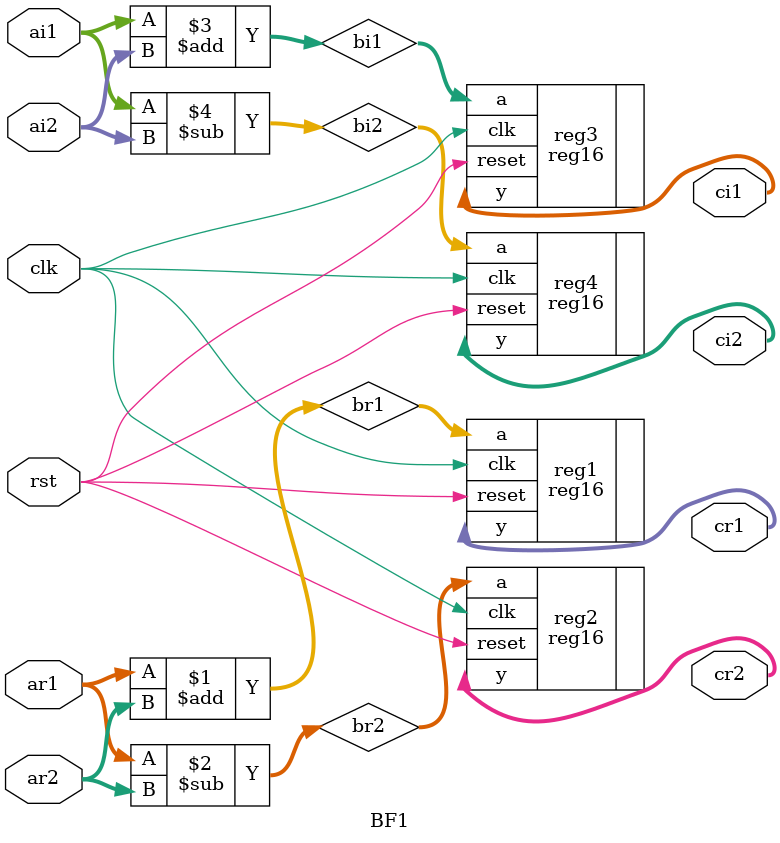
<source format=v>
module BF1 (clk,rst,ar1,ai1,ar2,ai2,cr1,ci1,cr2,ci2);

	input signed [15:0] ar1;      //Real part A
	input signed [15:0] ai1;      //Img Part A
	input signed [15:0] ar2;	//Real part B
	input signed [15:0] ai2;	//Imp part B
	output signed [15:0] cr1;
	output signed [15:0] ci1;
	output signed [15:0] cr2;
	output signed [15:0] ci2;
	input clk;
	input rst;
	
	wire signed [15:0] br1,bi1,br2,bi2;

	assign br1=ar1+ar2;
	assign br2=ar1-ar2;
	assign bi1=ai1+ai2;
	assign bi2=ai1-ai2;

	reg16 reg1(.y(cr1),.clk(clk),.reset(rst),.a(br1));
	reg16 reg2(.y(cr2),.clk(clk),.reset(rst),.a(br2));
	reg16 reg3(.y(ci1),.clk(clk),.reset(rst),.a(bi1));
	reg16 reg4(.y(ci2),.clk(clk),.reset(rst),.a(bi2));
	//May need a FLOP for pipelining 
endmodule

</source>
